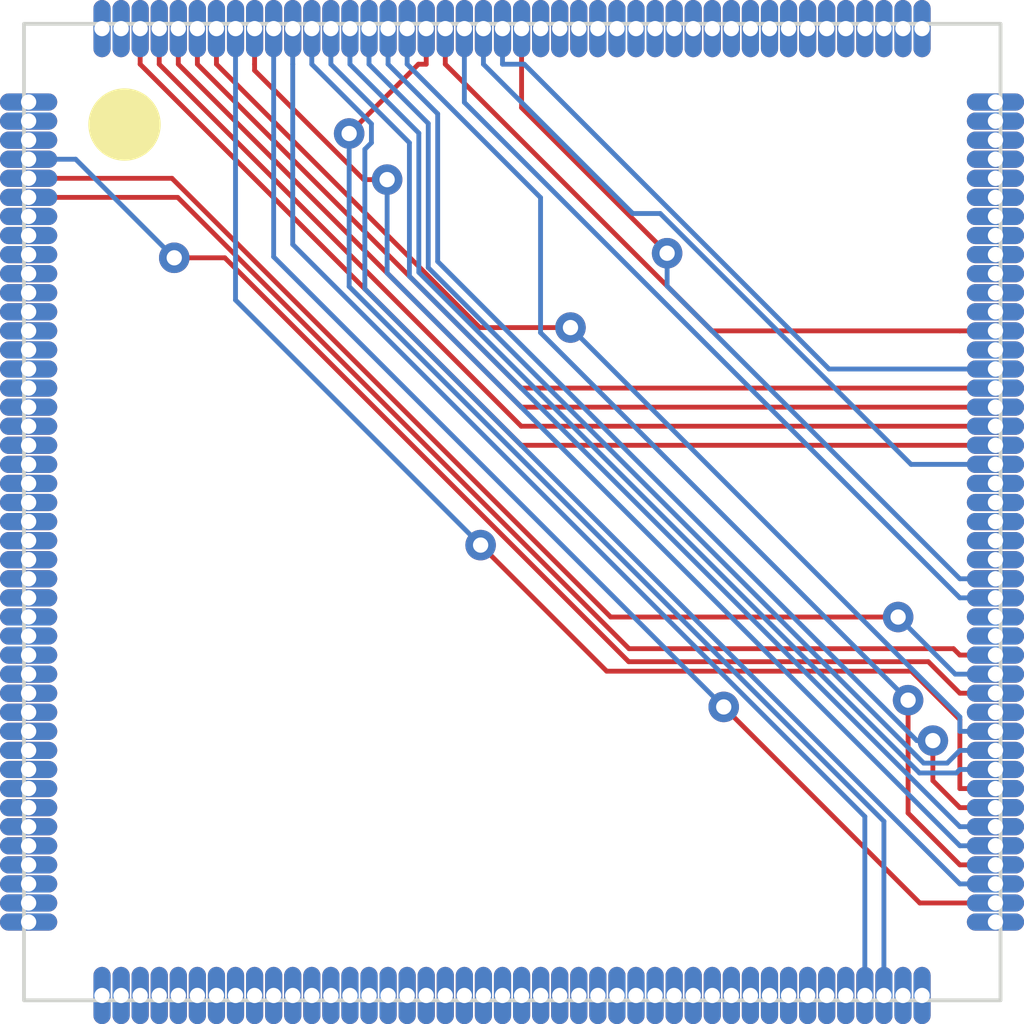
<source format=kicad_pcb>
(kicad_pcb (version 20221018) (generator pcbnew)
  (layers (0 "F.Cu" signal) (31 "B.Cu" signal) (34 "B.Paste" user) (35 "F.Paste" user) (36 "B.SilkS" user "B.Silkscreen") (37 "F.SilkS" user "F.Silkscreen") (38 "B.Mask" user) (39 "F.Mask" user) (44 "Edge.Cuts" user))
  (net 0 "")
  (net 3 "VA19")
  (net 4 "VA20")
  (net 5 "VA21")
  (net 27 "VD7")
  (net 28 "VD0")
  (net 29 "VD8")
  (net 30 "VD6")
  (net 31 "VD1")
  (net 32 "VD9")
  (net 33 "VD5")
  (net 34 "VD2")
  (net 35 "VD10")
  (net 36 "VD4")
  (net 37 "VD3")
  (net 38 "VD11")
  (net 42 "~{CCAS0}")
  (net 43 "~{CCE0}")
  (net 47 "~{CCAS2}")
  (net 48 "VD15")
  (net 49 "VD14")
  (net 50 "VD13")
  (net 51 "VD12")
  (net 52 "~{CASEL}")
  (net 54 "~{CLWR}")
  (footprint "32xLibs:315-5818" (layer "F.Cu") (at 137.1288 88.9504)
    (fp_text reference "IC1" hide)
    (fp_text value "315-5818" hide)
    (fp_circle (center -10.16 -10.16) (end -9.271 -10.16) (stroke (width 0.12)) (fill solid) (layer "F.SilkS"))
    (pad "1" thru_hole oval (at -12.675 -10.75) (size 1.5 0.45) (drill 0.4) (layers "*.Cu" "*.Mask"))
    (pad "2" thru_hole oval (at -12.675 -10.25) (size 1.5 0.45) (drill 0.4) (layers "*.Cu" "*.Mask"))
    (pad "3" thru_hole oval (at -12.675 -9.75) (size 1.5 0.45) (drill 0.4) (layers "*.Cu" "*.Mask"))
    (pad "4" thru_hole oval (at -12.675 -9.25) (size 1.5 0.45) (drill 0.4) (layers "*.Cu" "*.Mask") (net 3 "VA19"))
    (pad "5" thru_hole oval (at -12.675 -8.75) (size 1.5 0.45) (drill 0.4) (layers "*.Cu" "*.Mask") (net 4 "VA20"))
    (pad "6" thru_hole oval (at -12.675 -8.25) (size 1.5 0.45) (drill 0.4) (layers "*.Cu" "*.Mask") (net 5 "VA21"))
    (pad "7" thru_hole oval (at -12.675 -7.75) (size 1.5 0.45) (drill 0.4) (layers "*.Cu" "*.Mask"))
    (pad "8" thru_hole oval (at -12.675 -7.25) (size 1.5 0.45) (drill 0.4) (layers "*.Cu" "*.Mask"))
    (pad "9" thru_hole oval (at -12.675 -6.75) (size 1.5 0.45) (drill 0.4) (layers "*.Cu" "*.Mask"))
    (pad "10" thru_hole oval (at -12.675 -6.25) (size 1.5 0.45) (drill 0.4) (layers "*.Cu" "*.Mask"))
    (pad "11" thru_hole oval (at -12.675 -5.75) (size 1.5 0.45) (drill 0.4) (layers "*.Cu" "*.Mask"))
    (pad "12" thru_hole oval (at -12.675 -5.25) (size 1.5 0.45) (drill 0.4) (layers "*.Cu" "*.Mask"))
    (pad "13" thru_hole oval (at -12.675 -4.75) (size 1.5 0.45) (drill 0.4) (layers "*.Cu" "*.Mask"))
    (pad "14" thru_hole oval (at -12.675 -4.25) (size 1.5 0.45) (drill 0.4) (layers "*.Cu" "*.Mask"))
    (pad "15" thru_hole oval (at -12.675 -3.75) (size 1.5 0.45) (drill 0.4) (layers "*.Cu" "*.Mask"))
    (pad "16" thru_hole oval (at -12.675 -3.25) (size 1.5 0.45) (drill 0.4) (layers "*.Cu" "*.Mask"))
    (pad "17" thru_hole oval (at -12.675 -2.75) (size 1.5 0.45) (drill 0.4) (layers "*.Cu" "*.Mask"))
    (pad "18" thru_hole oval (at -12.675 -2.25) (size 1.5 0.45) (drill 0.4) (layers "*.Cu" "*.Mask"))
    (pad "19" thru_hole oval (at -12.675 -1.75) (size 1.5 0.45) (drill 0.4) (layers "*.Cu" "*.Mask"))
    (pad "20" thru_hole oval (at -12.675 -1.25) (size 1.5 0.45) (drill 0.4) (layers "*.Cu" "*.Mask"))
    (pad "21" thru_hole oval (at -12.675 -0.75) (size 1.5 0.45) (drill 0.4) (layers "*.Cu" "*.Mask"))
    (pad "22" thru_hole oval (at -12.675 -0.25) (size 1.5 0.45) (drill 0.4) (layers "*.Cu" "*.Mask"))
    (pad "23" thru_hole oval (at -12.675 0.25) (size 1.5 0.45) (drill 0.4) (layers "*.Cu" "*.Mask"))
    (pad "24" thru_hole oval (at -12.675 0.75) (size 1.5 0.45) (drill 0.4) (layers "*.Cu" "*.Mask"))
    (pad "25" thru_hole oval (at -12.675 1.25) (size 1.5 0.45) (drill 0.4) (layers "*.Cu" "*.Mask"))
    (pad "26" thru_hole oval (at -12.675 1.75) (size 1.5 0.45) (drill 0.4) (layers "*.Cu" "*.Mask"))
    (pad "27" thru_hole oval (at -12.675 2.25) (size 1.5 0.45) (drill 0.4) (layers "*.Cu" "*.Mask"))
    (pad "28" thru_hole oval (at -12.675 2.75) (size 1.5 0.45) (drill 0.4) (layers "*.Cu" "*.Mask"))
    (pad "29" thru_hole oval (at -12.675 3.25) (size 1.5 0.45) (drill 0.4) (layers "*.Cu" "*.Mask"))
    (pad "30" thru_hole oval (at -12.675 3.75) (size 1.5 0.45) (drill 0.4) (layers "*.Cu" "*.Mask"))
    (pad "31" thru_hole oval (at -12.675 4.25) (size 1.5 0.45) (drill 0.4) (layers "*.Cu" "*.Mask"))
    (pad "32" thru_hole oval (at -12.675 4.75) (size 1.5 0.45) (drill 0.4) (layers "*.Cu" "*.Mask"))
    (pad "33" thru_hole oval (at -12.675 5.25) (size 1.5 0.45) (drill 0.4) (layers "*.Cu" "*.Mask"))
    (pad "34" thru_hole oval (at -12.675 5.75) (size 1.5 0.45) (drill 0.4) (layers "*.Cu" "*.Mask"))
    (pad "35" thru_hole oval (at -12.675 6.25) (size 1.5 0.45) (drill 0.4) (layers "*.Cu" "*.Mask"))
    (pad "36" thru_hole oval (at -12.675 6.75) (size 1.5 0.45) (drill 0.4) (layers "*.Cu" "*.Mask"))
    (pad "37" thru_hole oval (at -12.675 7.25) (size 1.5 0.45) (drill 0.4) (layers "*.Cu" "*.Mask"))
    (pad "38" thru_hole oval (at -12.675 7.75) (size 1.5 0.45) (drill 0.4) (layers "*.Cu" "*.Mask"))
    (pad "39" thru_hole oval (at -12.675 8.25) (size 1.5 0.45) (drill 0.4) (layers "*.Cu" "*.Mask"))
    (pad "40" thru_hole oval (at -12.675 8.75) (size 1.5 0.45) (drill 0.4) (layers "*.Cu" "*.Mask"))
    (pad "41" thru_hole oval (at -12.675 9.25) (size 1.5 0.45) (drill 0.4) (layers "*.Cu" "*.Mask"))
    (pad "42" thru_hole oval (at -12.675 9.75) (size 1.5 0.45) (drill 0.4) (layers "*.Cu" "*.Mask"))
    (pad "43" thru_hole oval (at -12.675 10.25) (size 1.5 0.45) (drill 0.4) (layers "*.Cu" "*.Mask"))
    (pad "44" thru_hole oval (at -12.675 10.75) (size 1.5 0.45) (drill 0.4) (layers "*.Cu" "*.Mask"))
    (pad "45" thru_hole oval (at -10.75 12.675) (size 0.45 1.5) (drill 0.4) (layers "*.Cu" "*.Mask"))
    (pad "46" thru_hole oval (at -10.25 12.675) (size 0.45 1.5) (drill 0.4) (layers "*.Cu" "*.Mask"))
    (pad "47" thru_hole oval (at -9.75 12.675) (size 0.45 1.5) (drill 0.4) (layers "*.Cu" "*.Mask"))
    (pad "48" thru_hole oval (at -9.25 12.675) (size 0.45 1.5) (drill 0.4) (layers "*.Cu" "*.Mask"))
    (pad "49" thru_hole oval (at -8.75 12.675) (size 0.45 1.5) (drill 0.4) (layers "*.Cu" "*.Mask"))
    (pad "50" thru_hole oval (at -8.25 12.675) (size 0.45 1.5) (drill 0.4) (layers "*.Cu" "*.Mask"))
    (pad "51" thru_hole oval (at -7.75 12.675) (size 0.45 1.5) (drill 0.4) (layers "*.Cu" "*.Mask"))
    (pad "52" thru_hole oval (at -7.25 12.675) (size 0.45 1.5) (drill 0.4) (layers "*.Cu" "*.Mask"))
    (pad "53" thru_hole oval (at -6.75 12.675) (size 0.45 1.5) (drill 0.4) (layers "*.Cu" "*.Mask"))
    (pad "54" thru_hole oval (at -6.25 12.675) (size 0.45 1.5) (drill 0.4) (layers "*.Cu" "*.Mask"))
    (pad "55" thru_hole oval (at -5.75 12.675) (size 0.45 1.5) (drill 0.4) (layers "*.Cu" "*.Mask"))
    (pad "56" thru_hole oval (at -5.25 12.675) (size 0.45 1.5) (drill 0.4) (layers "*.Cu" "*.Mask"))
    (pad "57" thru_hole oval (at -4.75 12.675) (size 0.45 1.5) (drill 0.4) (layers "*.Cu" "*.Mask"))
    (pad "58" thru_hole oval (at -4.25 12.675) (size 0.45 1.5) (drill 0.4) (layers "*.Cu" "*.Mask"))
    (pad "59" thru_hole oval (at -3.75 12.675) (size 0.45 1.5) (drill 0.4) (layers "*.Cu" "*.Mask"))
    (pad "60" thru_hole oval (at -3.25 12.675) (size 0.45 1.5) (drill 0.4) (layers "*.Cu" "*.Mask"))
    (pad "61" thru_hole oval (at -2.75 12.675) (size 0.45 1.5) (drill 0.4) (layers "*.Cu" "*.Mask"))
    (pad "62" thru_hole oval (at -2.25 12.675) (size 0.45 1.5) (drill 0.4) (layers "*.Cu" "*.Mask"))
    (pad "63" thru_hole oval (at -1.75 12.675) (size 0.45 1.5) (drill 0.4) (layers "*.Cu" "*.Mask"))
    (pad "64" thru_hole oval (at -1.25 12.675) (size 0.45 1.5) (drill 0.4) (layers "*.Cu" "*.Mask"))
    (pad "65" thru_hole oval (at -0.75 12.675) (size 0.45 1.5) (drill 0.4) (layers "*.Cu" "*.Mask"))
    (pad "66" thru_hole oval (at -0.25 12.675) (size 0.45 1.5) (drill 0.4) (layers "*.Cu" "*.Mask"))
    (pad "67" thru_hole oval (at 0.25 12.675) (size 0.45 1.5) (drill 0.4) (layers "*.Cu" "*.Mask"))
    (pad "68" thru_hole oval (at 0.75 12.675) (size 0.45 1.5) (drill 0.4) (layers "*.Cu" "*.Mask"))
    (pad "69" thru_hole oval (at 1.25 12.675) (size 0.45 1.5) (drill 0.4) (layers "*.Cu" "*.Mask"))
    (pad "70" thru_hole oval (at 1.75 12.675) (size 0.45 1.5) (drill 0.4) (layers "*.Cu" "*.Mask"))
    (pad "71" thru_hole oval (at 2.25 12.675) (size 0.45 1.5) (drill 0.4) (layers "*.Cu" "*.Mask"))
    (pad "72" thru_hole oval (at 2.75 12.675) (size 0.45 1.5) (drill 0.4) (layers "*.Cu" "*.Mask"))
    (pad "73" thru_hole oval (at 3.25 12.675) (size 0.45 1.5) (drill 0.4) (layers "*.Cu" "*.Mask"))
    (pad "74" thru_hole oval (at 3.75 12.675) (size 0.45 1.5) (drill 0.4) (layers "*.Cu" "*.Mask"))
    (pad "75" thru_hole oval (at 4.25 12.675) (size 0.45 1.5) (drill 0.4) (layers "*.Cu" "*.Mask"))
    (pad "76" thru_hole oval (at 4.75 12.675) (size 0.45 1.5) (drill 0.4) (layers "*.Cu" "*.Mask"))
    (pad "77" thru_hole oval (at 5.25 12.675) (size 0.45 1.5) (drill 0.4) (layers "*.Cu" "*.Mask"))
    (pad "78" thru_hole oval (at 5.75 12.675) (size 0.45 1.5) (drill 0.4) (layers "*.Cu" "*.Mask"))
    (pad "79" thru_hole oval (at 6.25 12.675) (size 0.45 1.5) (drill 0.4) (layers "*.Cu" "*.Mask"))
    (pad "80" thru_hole oval (at 6.75 12.675) (size 0.45 1.5) (drill 0.4) (layers "*.Cu" "*.Mask"))
    (pad "81" thru_hole oval (at 7.25 12.675) (size 0.45 1.5) (drill 0.4) (layers "*.Cu" "*.Mask"))
    (pad "82" thru_hole oval (at 7.75 12.675) (size 0.45 1.5) (drill 0.4) (layers "*.Cu" "*.Mask"))
    (pad "83" thru_hole oval (at 8.25 12.675) (size 0.45 1.5) (drill 0.4) (layers "*.Cu" "*.Mask"))
    (pad "84" thru_hole oval (at 8.75 12.675) (size 0.45 1.5) (drill 0.4) (layers "*.Cu" "*.Mask"))
    (pad "85" thru_hole oval (at 9.25 12.675) (size 0.45 1.5) (drill 0.4) (layers "*.Cu" "*.Mask") (net 27 "VD7"))
    (pad "86" thru_hole oval (at 9.75 12.675) (size 0.45 1.5) (drill 0.4) (layers "*.Cu" "*.Mask") (net 28 "VD0"))
    (pad "87" thru_hole oval (at 10.25 12.675) (size 0.45 1.5) (drill 0.4) (layers "*.Cu" "*.Mask"))
    (pad "88" thru_hole oval (at 10.75 12.675) (size 0.45 1.5) (drill 0.4) (layers "*.Cu" "*.Mask"))
    (pad "89" thru_hole oval (at 12.675 10.75) (size 1.5 0.45) (drill 0.4) (layers "*.Cu" "*.Mask"))
    (pad "90" thru_hole oval (at 12.675 10.25) (size 1.5 0.45) (drill 0.4) (layers "*.Cu" "*.Mask") (net 29 "VD8"))
    (pad "91" thru_hole oval (at 12.675 9.75) (size 1.5 0.45) (drill 0.4) (layers "*.Cu" "*.Mask") (net 30 "VD6"))
    (pad "92" thru_hole oval (at 12.675 9.25) (size 1.5 0.45) (drill 0.4) (layers "*.Cu" "*.Mask") (net 31 "VD1"))
    (pad "93" thru_hole oval (at 12.675 8.75) (size 1.5 0.45) (drill 0.4) (layers "*.Cu" "*.Mask") (net 32 "VD9"))
    (pad "94" thru_hole oval (at 12.675 8.25) (size 1.5 0.45) (drill 0.4) (layers "*.Cu" "*.Mask") (net 33 "VD5"))
    (pad "95" thru_hole oval (at 12.675 7.75) (size 1.5 0.45) (drill 0.4) (layers "*.Cu" "*.Mask") (net 34 "VD2"))
    (pad "96" thru_hole oval (at 12.675 7.25) (size 1.5 0.45) (drill 0.4) (layers "*.Cu" "*.Mask") (net 35 "VD10"))
    (pad "97" thru_hole oval (at 12.675 6.75) (size 1.5 0.45) (drill 0.4) (layers "*.Cu" "*.Mask") (net 36 "VD4"))
    (pad "98" thru_hole oval (at 12.675 6.25) (size 1.5 0.45) (drill 0.4) (layers "*.Cu" "*.Mask") (net 37 "VD3"))
    (pad "99" thru_hole oval (at 12.675 5.75) (size 1.5 0.45) (drill 0.4) (layers "*.Cu" "*.Mask") (net 38 "VD11"))
    (pad "100" thru_hole oval (at 12.675 5.25) (size 1.5 0.45) (drill 0.4) (layers "*.Cu" "*.Mask"))
    (pad "101" thru_hole oval (at 12.675 4.75) (size 1.5 0.45) (drill 0.4) (layers "*.Cu" "*.Mask") (net 3 "VA19"))
    (pad "102" thru_hole oval (at 12.675 4.25) (size 1.5 0.45) (drill 0.4) (layers "*.Cu" "*.Mask") (net 4 "VA20"))
    (pad "103" thru_hole oval (at 12.675 3.75) (size 1.5 0.45) (drill 0.4) (layers "*.Cu" "*.Mask") (net 5 "VA21"))
    (pad "104" thru_hole oval (at 12.675 3.25) (size 1.5 0.45) (drill 0.4) (layers "*.Cu" "*.Mask"))
    (pad "105" thru_hole oval (at 12.675 2.75) (size 1.5 0.45) (drill 0.4) (layers "*.Cu" "*.Mask"))
    (pad "106" thru_hole oval (at 12.675 2.25) (size 1.5 0.45) (drill 0.4) (layers "*.Cu" "*.Mask") (net 42 "~{CCAS0}"))
    (pad "107" thru_hole oval (at 12.675 1.75) (size 1.5 0.45) (drill 0.4) (layers "*.Cu" "*.Mask") (net 43 "~{CCE0}"))
    (pad "108" thru_hole oval (at 12.675 1.25) (size 1.5 0.45) (drill 0.4) (layers "*.Cu" "*.Mask"))
    (pad "109" thru_hole oval (at 12.675 0.75) (size 1.5 0.45) (drill 0.4) (layers "*.Cu" "*.Mask"))
    (pad "110" thru_hole oval (at 12.675 0.25) (size 1.5 0.45) (drill 0.4) (layers "*.Cu" "*.Mask"))
    (pad "111" thru_hole oval (at 12.675 -0.25) (size 1.5 0.45) (drill 0.4) (layers "*.Cu" "*.Mask"))
    (pad "112" thru_hole oval (at 12.675 -0.75) (size 1.5 0.45) (drill 0.4) (layers "*.Cu" "*.Mask"))
    (pad "113" thru_hole oval (at 12.675 -1.25) (size 1.5 0.45) (drill 0.4) (layers "*.Cu" "*.Mask") (net 47 "~{CCAS2}"))
    (pad "114" thru_hole oval (at 12.675 -1.75) (size 1.5 0.45) (drill 0.4) (layers "*.Cu" "*.Mask") (net 48 "VD15"))
    (pad "115" thru_hole oval (at 12.675 -2.25) (size 1.5 0.45) (drill 0.4) (layers "*.Cu" "*.Mask") (net 49 "VD14"))
    (pad "116" thru_hole oval (at 12.675 -2.75) (size 1.5 0.45) (drill 0.4) (layers "*.Cu" "*.Mask") (net 50 "VD13"))
    (pad "117" thru_hole oval (at 12.675 -3.25) (size 1.5 0.45) (drill 0.4) (layers "*.Cu" "*.Mask") (net 51 "VD12"))
    (pad "118" thru_hole oval (at 12.675 -3.75) (size 1.5 0.45) (drill 0.4) (layers "*.Cu" "*.Mask") (net 52 "~{CASEL}"))
    (pad "119" thru_hole oval (at 12.675 -4.25) (size 1.5 0.45) (drill 0.4) (layers "*.Cu" "*.Mask"))
    (pad "120" thru_hole oval (at 12.675 -4.75) (size 1.5 0.45) (drill 0.4) (layers "*.Cu" "*.Mask") (net 54 "~{CLWR}"))
    (pad "121" thru_hole oval (at 12.675 -5.25) (size 1.5 0.45) (drill 0.4) (layers "*.Cu" "*.Mask"))
    (pad "122" thru_hole oval (at 12.675 -5.75) (size 1.5 0.45) (drill 0.4) (layers "*.Cu" "*.Mask"))
    (pad "123" thru_hole oval (at 12.675 -6.25) (size 1.5 0.45) (drill 0.4) (layers "*.Cu" "*.Mask"))
    (pad "124" thru_hole oval (at 12.675 -6.75) (size 1.5 0.45) (drill 0.4) (layers "*.Cu" "*.Mask"))
    (pad "125" thru_hole oval (at 12.675 -7.25) (size 1.5 0.45) (drill 0.4) (layers "*.Cu" "*.Mask"))
    (pad "126" thru_hole oval (at 12.675 -7.75) (size 1.5 0.45) (drill 0.4) (layers "*.Cu" "*.Mask"))
    (pad "127" thru_hole oval (at 12.675 -8.25) (size 1.5 0.45) (drill 0.4) (layers "*.Cu" "*.Mask"))
    (pad "128" thru_hole oval (at 12.675 -8.75) (size 1.5 0.45) (drill 0.4) (layers "*.Cu" "*.Mask"))
    (pad "129" thru_hole oval (at 12.675 -9.25) (size 1.5 0.45) (drill 0.4) (layers "*.Cu" "*.Mask"))
    (pad "130" thru_hole oval (at 12.675 -9.75) (size 1.5 0.45) (drill 0.4) (layers "*.Cu" "*.Mask"))
    (pad "131" thru_hole oval (at 12.675 -10.25) (size 1.5 0.45) (drill 0.4) (layers "*.Cu" "*.Mask"))
    (pad "132" thru_hole oval (at 12.675 -10.75) (size 1.5 0.45) (drill 0.4) (layers "*.Cu" "*.Mask"))
    (pad "133" thru_hole oval (at 10.75 -12.675) (size 0.45 1.5) (drill 0.4) (layers "*.Cu" "*.Mask"))
    (pad "134" thru_hole oval (at 10.25 -12.675) (size 0.45 1.5) (drill 0.4) (layers "*.Cu" "*.Mask"))
    (pad "135" thru_hole oval (at 9.75 -12.675) (size 0.45 1.5) (drill 0.4) (layers "*.Cu" "*.Mask"))
    (pad "136" thru_hole oval (at 9.25 -12.675) (size 0.45 1.5) (drill 0.4) (layers "*.Cu" "*.Mask"))
    (pad "137" thru_hole oval (at 8.75 -12.675) (size 0.45 1.5) (drill 0.4) (layers "*.Cu" "*.Mask"))
    (pad "138" thru_hole oval (at 8.25 -12.675) (size 0.45 1.5) (drill 0.4) (layers "*.Cu" "*.Mask"))
    (pad "139" thru_hole oval (at 7.75 -12.675) (size 0.45 1.5) (drill 0.4) (layers "*.Cu" "*.Mask"))
    (pad "140" thru_hole oval (at 7.25 -12.675) (size 0.45 1.5) (drill 0.4) (layers "*.Cu" "*.Mask"))
    (pad "141" thru_hole oval (at 6.75 -12.675) (size 0.45 1.5) (drill 0.4) (layers "*.Cu" "*.Mask"))
    (pad "142" thru_hole oval (at 6.25 -12.675) (size 0.45 1.5) (drill 0.4) (layers "*.Cu" "*.Mask"))
    (pad "143" thru_hole oval (at 5.75 -12.675) (size 0.45 1.5) (drill 0.4) (layers "*.Cu" "*.Mask"))
    (pad "144" thru_hole oval (at 5.25 -12.675) (size 0.45 1.5) (drill 0.4) (layers "*.Cu" "*.Mask"))
    (pad "145" thru_hole oval (at 4.75 -12.675) (size 0.45 1.5) (drill 0.4) (layers "*.Cu" "*.Mask"))
    (pad "146" thru_hole oval (at 4.25 -12.675) (size 0.45 1.5) (drill 0.4) (layers "*.Cu" "*.Mask"))
    (pad "147" thru_hole oval (at 3.75 -12.675) (size 0.45 1.5) (drill 0.4) (layers "*.Cu" "*.Mask"))
    (pad "148" thru_hole oval (at 3.25 -12.675) (size 0.45 1.5) (drill 0.4) (layers "*.Cu" "*.Mask"))
    (pad "149" thru_hole oval (at 2.75 -12.675) (size 0.45 1.5) (drill 0.4) (layers "*.Cu" "*.Mask"))
    (pad "150" thru_hole oval (at 2.25 -12.675) (size 0.45 1.5) (drill 0.4) (layers "*.Cu" "*.Mask"))
    (pad "151" thru_hole oval (at 1.75 -12.675) (size 0.45 1.5) (drill 0.4) (layers "*.Cu" "*.Mask"))
    (pad "152" thru_hole oval (at 1.25 -12.675) (size 0.45 1.5) (drill 0.4) (layers "*.Cu" "*.Mask"))
    (pad "153" thru_hole oval (at 0.75 -12.675) (size 0.45 1.5) (drill 0.4) (layers "*.Cu" "*.Mask"))
    (pad "154" thru_hole oval (at 0.25 -12.675) (size 0.45 1.5) (drill 0.4) (layers "*.Cu" "*.Mask") (net 43 "~{CCE0}"))
    (pad "155" thru_hole oval (at -0.25 -12.675) (size 0.45 1.5) (drill 0.4) (layers "*.Cu" "*.Mask") (net 52 "~{CASEL}"))
    (pad "156" thru_hole oval (at -0.75 -12.675) (size 0.45 1.5) (drill 0.4) (layers "*.Cu" "*.Mask") (net 47 "~{CCAS2}"))
    (pad "157" thru_hole oval (at -1.25 -12.675) (size 0.45 1.5) (drill 0.4) (layers "*.Cu" "*.Mask") (net 42 "~{CCAS0}"))
    (pad "158" thru_hole oval (at -1.75 -12.675) (size 0.45 1.5) (drill 0.4) (layers "*.Cu" "*.Mask") (net 54 "~{CLWR}"))
    (pad "159" thru_hole oval (at -2.25 -12.675) (size 0.45 1.5) (drill 0.4) (layers "*.Cu" "*.Mask") (net 28 "VD0"))
    (pad "160" thru_hole oval (at -2.75 -12.675) (size 0.45 1.5) (drill 0.4) (layers "*.Cu" "*.Mask") (net 31 "VD1"))
    (pad "161" thru_hole oval (at -3.25 -12.675) (size 0.45 1.5) (drill 0.4) (layers "*.Cu" "*.Mask") (net 34 "VD2"))
    (pad "162" thru_hole oval (at -3.75 -12.675) (size 0.45 1.5) (drill 0.4) (layers "*.Cu" "*.Mask") (net 37 "VD3"))
    (pad "163" thru_hole oval (at -4.25 -12.675) (size 0.45 1.5) (drill 0.4) (layers "*.Cu" "*.Mask") (net 36 "VD4"))
    (pad "164" thru_hole oval (at -4.75 -12.675) (size 0.45 1.5) (drill 0.4) (layers "*.Cu" "*.Mask") (net 33 "VD5"))
    (pad "165" thru_hole oval (at -5.25 -12.675) (size 0.45 1.5) (drill 0.4) (layers "*.Cu" "*.Mask") (net 30 "VD6"))
    (pad "166" thru_hole oval (at -5.75 -12.675) (size 0.45 1.5) (drill 0.4) (layers "*.Cu" "*.Mask") (net 27 "VD7"))
    (pad "167" thru_hole oval (at -6.25 -12.675) (size 0.45 1.5) (drill 0.4) (layers "*.Cu" "*.Mask") (net 29 "VD8"))
    (pad "168" thru_hole oval (at -6.75 -12.675) (size 0.45 1.5) (drill 0.4) (layers "*.Cu" "*.Mask") (net 32 "VD9"))
    (pad "169" thru_hole oval (at -7.25 -12.675) (size 0.45 1.5) (drill 0.4) (layers "*.Cu" "*.Mask") (net 35 "VD10"))
    (pad "170" thru_hole oval (at -7.75 -12.675) (size 0.45 1.5) (drill 0.4) (layers "*.Cu" "*.Mask") (net 38 "VD11"))
    (pad "171" thru_hole oval (at -8.25 -12.675) (size 0.45 1.5) (drill 0.4) (layers "*.Cu" "*.Mask") (net 51 "VD12"))
    (pad "172" thru_hole oval (at -8.75 -12.675) (size 0.45 1.5) (drill 0.4) (layers "*.Cu" "*.Mask") (net 50 "VD13"))
    (pad "173" thru_hole oval (at -9.25 -12.675) (size 0.45 1.5) (drill 0.4) (layers "*.Cu" "*.Mask") (net 49 "VD14"))
    (pad "174" thru_hole oval (at -9.75 -12.675) (size 0.45 1.5) (drill 0.4) (layers "*.Cu" "*.Mask") (net 48 "VD15"))
    (pad "175" thru_hole oval (at -10.25 -12.675) (size 0.45 1.5) (drill 0.4) (layers "*.Cu" "*.Mask"))
    (pad "176" thru_hole oval (at -10.75 -12.675) (size 0.45 1.5) (drill 0.4) (layers "*.Cu" "*.Mask"))
  )
  (gr_rect (start 124.333 76.1492) (end 149.9362 101.7524) (stroke (width 0.1)) (fill none) (layer "Edge.Cuts"))
  (segment (start 148.0439 92.8743) (end 140.1873 92.8743) (width 0.127) (layer "F.Cu") (net 3))
  (segment (start 149.8038 93.7004) (end 148.87 93.7004) (width 0.127) (layer "F.Cu") (net 3))
  (segment (start 129.5975 82.2845) (end 128.2725 82.2845) (width 0.127) (layer "F.Cu") (net 3))
  (segment (start 140.1873 92.8743) (end 129.5975 82.2845) (width 0.127) (layer "F.Cu") (net 3))
  (segment (start 148.87 93.7004) (end 148.0439 92.8743) (width 0.127) (layer "F.Cu") (net 3))
  (via (at 128.2725 82.2845) (size 0.8) (drill 0.4) (layers "F.Cu" "B.Cu") (net 3))
  (segment (start 125.6884 79.7004) (end 124.4538 79.7004) (width 0.127) (layer "B.Cu") (net 3))
  (segment (start 128.2725 82.2845) (end 125.6884 79.7004) (width 0.127) (layer "B.Cu") (net 3))
  (segment (start 147.2514 91.703) (end 139.7154 91.703) (width 0.127) (layer "F.Cu") (net 4))
  (segment (start 139.7154 91.703) (end 128.2128 80.2004) (width 0.127) (layer "F.Cu") (net 4))
  (segment (start 128.2128 80.2004) (end 124.4538 80.2004) (width 0.127) (layer "F.Cu") (net 4))
  (via (at 147.2514 91.703) (size 0.8) (drill 0.4) (layers "F.Cu" "B.Cu") (net 4))
  (segment (start 149.8038 93.2004) (end 148.7488 93.2004) (width 0.127) (layer "B.Cu") (net 4))
  (segment (start 148.7488 93.2004) (end 147.2514 91.703) (width 0.127) (layer "B.Cu") (net 4))
  (segment (start 149.8038 92.7004) (end 148.87 92.7004) (width 0.127) (layer "F.Cu") (net 5))
  (segment (start 148.7027 92.5331) (end 140.1958 92.5331) (width 0.127) (layer "F.Cu") (net 5))
  (segment (start 128.3631 80.7004) (end 124.4538 80.7004) (width 0.127) (layer "F.Cu") (net 5))
  (segment (start 140.1958 92.5331) (end 128.3631 80.7004) (width 0.127) (layer "F.Cu") (net 5))
  (segment (start 148.87 92.7004) (end 148.7027 92.5331) (width 0.127) (layer "F.Cu") (net 5))
  (segment (start 131.3788 81.9342) (end 146.3788 96.9342) (width 0.127) (layer "B.Cu") (net 27))
  (segment (start 131.3788 76.2754) (end 131.3788 77.2092) (width 0.127) (layer "B.Cu") (net 27))
  (segment (start 131.3788 77.2092) (end 131.3788 81.9342) (width 0.127) (layer "B.Cu") (net 27))
  (segment (start 146.3788 96.9342) (end 146.3788 101.6254) (width 0.127) (layer "B.Cu") (net 27))
  (segment (start 134.6745 77.2092) (end 132.858 79.0257) (width 0.127) (layer "F.Cu") (net 28))
  (segment (start 134.8788 76.2754) (end 134.8788 77.2092) (width 0.127) (layer "F.Cu") (net 28))
  (segment (start 134.8788 77.2092) (end 134.6745 77.2092) (width 0.127) (layer "F.Cu") (net 28))
  (via (at 132.858 79.0257) (size 0.8) (drill 0.4) (layers "F.Cu" "B.Cu") (net 28))
  (segment (start 146.8788 97.059) (end 146.8788 101.6254) (width 0.127) (layer "B.Cu") (net 28))
  (segment (start 132.858 83.0382) (end 146.8788 97.059) (width 0.127) (layer "B.Cu") (net 28))
  (segment (start 132.858 79.0257) (end 132.858 83.0382) (width 0.127) (layer "B.Cu") (net 28))
  (segment (start 147.8194 99.2004) (end 149.8038 99.2004) (width 0.127) (layer "F.Cu") (net 29))
  (segment (start 142.6789 94.0599) (end 147.8194 99.2004) (width 0.127) (layer "F.Cu") (net 29))
  (via (at 142.6789 94.0599) (size 0.8) (drill 0.4) (layers "F.Cu" "B.Cu") (net 29))
  (segment (start 130.8788 76.2754) (end 130.8788 82.2598) (width 0.127) (layer "B.Cu") (net 29))
  (segment (start 130.8788 82.2598) (end 142.6789 94.0599) (width 0.127) (layer "B.Cu") (net 29))
  (segment (start 133.2698 79.4395) (end 133.4418 79.2675) (width 0.127) (layer "B.Cu") (net 30))
  (segment (start 133.4418 79.2675) (end 133.4418 78.7722) (width 0.127) (layer "B.Cu") (net 30))
  (segment (start 133.2698 83.1002) (end 133.2698 79.4395) (width 0.127) (layer "B.Cu") (net 30))
  (segment (start 148.87 98.7004) (end 133.2698 83.1002) (width 0.127) (layer "B.Cu") (net 30))
  (segment (start 149.8038 98.7004) (end 148.87 98.7004) (width 0.127) (layer "B.Cu") (net 30))
  (segment (start 133.4418 78.7722) (end 131.8788 77.2092) (width 0.127) (layer "B.Cu") (net 30))
  (segment (start 131.8788 76.2754) (end 131.8788 77.2092) (width 0.127) (layer "B.Cu") (net 30))
  (segment (start 149.8038 98.2004) (end 148.87 98.2004) (width 0.127) (layer "F.Cu") (net 31))
  (segment (start 147.5127 96.8431) (end 147.5127 93.8829) (width 0.127) (layer "F.Cu") (net 31))
  (segment (start 148.87 98.2004) (end 147.5127 96.8431) (width 0.127) (layer "F.Cu") (net 31))
  (via (at 147.5127 93.8829) (size 0.8) (drill 0.4) (layers "F.Cu" "B.Cu") (net 31))
  (segment (start 137.8764 84.2466) (end 147.5127 93.8829) (width 0.127) (layer "B.Cu") (net 31))
  (segment (start 134.3788 76.2754) (end 134.3788 77.2092) (width 0.127) (layer "B.Cu") (net 31))
  (segment (start 134.3788 77.2092) (end 137.8764 80.7068) (width 0.127) (layer "B.Cu") (net 31))
  (segment (start 137.8764 80.7068) (end 137.8764 84.2466) (width 0.127) (layer "B.Cu") (net 31))
  (segment (start 130.3788 77.2092) (end 130.3788 77.372) (width 0.127) (layer "F.Cu") (net 32))
  (segment (start 130.3788 77.372) (end 133.2414 80.2346) (width 0.127) (layer "F.Cu") (net 32))
  (segment (start 130.3788 76.2754) (end 130.3788 77.2092) (width 0.127) (layer "F.Cu") (net 32))
  (segment (start 133.2414 80.2346) (end 133.8537 80.2346) (width 0.127) (layer "F.Cu") (net 32))
  (via (at 133.8537 80.2346) (size 0.8) (drill 0.4) (layers "F.Cu" "B.Cu") (net 32))
  (segment (start 148.87 97.7004) (end 133.8537 82.6841) (width 0.127) (layer "B.Cu") (net 32))
  (segment (start 149.8038 97.7004) (end 148.87 97.7004) (width 0.127) (layer "B.Cu") (net 32))
  (segment (start 133.8537 82.6841) (end 133.8537 80.2346) (width 0.127) (layer "B.Cu") (net 32))
  (segment (start 132.3788 76.2754) (end 132.3788 77.2092) (width 0.127) (layer "B.Cu") (net 33))
  (segment (start 134.4375 79.2679) (end 132.3788 77.2092) (width 0.127) (layer "B.Cu") (net 33))
  (segment (start 148.87 97.2004) (end 134.4375 82.7679) (width 0.127) (layer "B.Cu") (net 33))
  (segment (start 134.4375 82.7679) (end 134.4375 79.2679) (width 0.127) (layer "B.Cu") (net 33))
  (segment (start 149.8038 97.2004) (end 148.87 97.2004) (width 0.127) (layer "B.Cu") (net 33))
  (segment (start 148.87 96.7004) (end 148.1622 95.9926) (width 0.127) (layer "F.Cu") (net 34))
  (segment (start 149.8038 96.7004) (end 148.87 96.7004) (width 0.127) (layer "F.Cu") (net 34))
  (segment (start 148.1622 95.9926) (end 148.1622 94.9433) (width 0.127) (layer "F.Cu") (net 34))
  (via (at 148.1622 94.9433) (size 0.8) (drill 0.4) (layers "F.Cu" "B.Cu") (net 34))
  (segment (start 147.7417 94.9433) (end 135.1794 82.381) (width 0.127) (layer "B.Cu") (net 34))
  (segment (start 133.8788 76.2754) (end 133.8788 77.2092) (width 0.127) (layer "B.Cu") (net 34))
  (segment (start 148.1622 94.9433) (end 147.7417 94.9433) (width 0.127) (layer "B.Cu") (net 34))
  (segment (start 135.1794 78.5098) (end 133.8788 77.2092) (width 0.127) (layer "B.Cu") (net 34))
  (segment (start 135.1794 82.381) (end 135.1794 78.5098) (width 0.127) (layer "B.Cu") (net 34))
  (segment (start 148.87 94.3943) (end 148.87 96.2004) (width 0.127) (layer "F.Cu") (net 35))
  (segment (start 149.8038 96.2004) (end 148.87 96.2004) (width 0.127) (layer "F.Cu") (net 35))
  (segment (start 139.6102 93.1228) (end 147.5985 93.1228) (width 0.127) (layer "F.Cu") (net 35))
  (segment (start 147.5985 93.1228) (end 148.87 94.3943) (width 0.127) (layer "F.Cu") (net 35))
  (segment (start 136.3046 89.8172) (end 139.6102 93.1228) (width 0.127) (layer "F.Cu") (net 35))
  (via (at 136.3046 89.8172) (size 0.8) (drill 0.4) (layers "F.Cu" "B.Cu") (net 35))
  (segment (start 129.8788 83.3914) (end 136.3046 89.8172) (width 0.127) (layer "B.Cu") (net 35))
  (segment (start 129.8788 76.2754) (end 129.8788 83.3914) (width 0.127) (layer "B.Cu") (net 35))
  (segment (start 149.8038 95.7004) (end 148.87 95.7004) (width 0.127) (layer "B.Cu") (net 36))
  (segment (start 148.7789 95.7915) (end 147.811 95.7915) (width 0.127) (layer "B.Cu") (net 36))
  (segment (start 132.8788 76.2754) (end 132.8788 77.2092) (width 0.127) (layer "B.Cu") (net 36))
  (segment (start 134.6848 82.6653) (end 134.6848 79.0152) (width 0.127) (layer "B.Cu") (net 36))
  (segment (start 134.6848 79.0152) (end 132.8788 77.2092) (width 0.127) (layer "B.Cu") (net 36))
  (segment (start 148.87 95.7004) (end 148.7789 95.7915) (width 0.127) (layer "B.Cu") (net 36))
  (segment (start 147.811 95.7915) (end 134.6848 82.6653) (width 0.127) (layer "B.Cu") (net 36))
  (segment (start 134.9321 78.7625) (end 133.3788 77.2092) (width 0.127) (layer "B.Cu") (net 37))
  (segment (start 134.9321 82.5431) (end 134.9321 78.7625) (width 0.127) (layer "B.Cu") (net 37))
  (segment (start 148.87 95.2004) (end 148.5369 95.5335) (width 0.127) (layer "B.Cu") (net 37))
  (segment (start 149.8038 95.2004) (end 148.87 95.2004) (width 0.127) (layer "B.Cu") (net 37))
  (segment (start 133.3788 76.2754) (end 133.3788 77.2092) (width 0.127) (layer "B.Cu") (net 37))
  (segment (start 148.5369 95.5335) (end 147.9225 95.5335) (width 0.127) (layer "B.Cu") (net 37))
  (segment (start 147.9225 95.5335) (end 134.9321 82.5431) (width 0.127) (layer "B.Cu") (net 37))
  (segment (start 129.3788 77.2092) (end 136.2835 84.1139) (width 0.127) (layer "F.Cu") (net 38))
  (segment (start 136.2835 84.1139) (end 138.6612 84.1139) (width 0.127) (layer "F.Cu") (net 38))
  (segment (start 129.3788 76.2754) (end 129.3788 77.2092) (width 0.127) (layer "F.Cu") (net 38))
  (via (at 138.6612 84.1139) (size 0.8) (drill 0.4) (layers "F.Cu" "B.Cu") (net 38))
  (segment (start 149.8038 94.7004) (end 148.87 94.7004) (width 0.127) (layer "B.Cu") (net 38))
  (segment (start 148.87 94.3227) (end 148.87 94.7004) (width 0.127) (layer "B.Cu") (net 38))
  (segment (start 138.6612 84.1139) (end 148.87 94.3227) (width 0.127) (layer "B.Cu") (net 38))
  (segment (start 135.8788 78.2092) (end 148.87 91.2004) (width 0.127) (layer "B.Cu") (net 42))
  (segment (start 149.8038 91.2004) (end 148.87 91.2004) (width 0.127) (layer "B.Cu") (net 42))
  (segment (start 135.8788 76.2754) (end 135.8788 78.2092) (width 0.127) (layer "B.Cu") (net 42))
  (segment (start 137.3788 76.2754) (end 137.3788 78.3487) (width 0.127) (layer "F.Cu") (net 43))
  (segment (start 137.3788 78.3487) (end 141.1947 82.1646) (width 0.127) (layer "F.Cu") (net 43))
  (via (at 141.1947 82.1646) (size 0.8) (drill 0.4) (layers "F.Cu" "B.Cu") (net 43))
  (segment (start 149.8038 90.7004) (end 148.87 90.7004) (width 0.127) (layer "B.Cu") (net 43))
  (segment (start 141.1947 83.0251) (end 148.87 90.7004) (width 0.127) (layer "B.Cu") (net 43))
  (segment (start 141.1947 82.1646) (end 141.1947 83.0251) (width 0.127) (layer "B.Cu") (net 43))
  (segment (start 147.5909 87.7004) (end 141.0142 81.1237) (width 0.127) (layer "B.Cu") (net 47))
  (segment (start 149.8038 87.7004) (end 147.5909 87.7004) (width 0.127) (layer "B.Cu") (net 47))
  (segment (start 140.2933 81.1237) (end 136.3788 77.2092) (width 0.127) (layer "B.Cu") (net 47))
  (segment (start 136.3788 76.2754) (end 136.3788 77.2092) (width 0.127) (layer "B.Cu") (net 47))
  (segment (start 141.0142 81.1237) (end 140.2933 81.1237) (width 0.127) (layer "B.Cu") (net 47))
  (segment (start 127.3788 76.2754) (end 127.3788 77.2092) (width 0.127) (layer "F.Cu") (net 48))
  (segment (start 137.37 87.2004) (end 149.8038 87.2004) (width 0.127) (layer "F.Cu") (net 48))
  (segment (start 127.3788 77.2092) (end 137.37 87.2004) (width 0.127) (layer "F.Cu") (net 48))
  (segment (start 137.37 86.7004) (end 149.8038 86.7004) (width 0.127) (layer "F.Cu") (net 49))
  (segment (start 127.8788 76.2754) (end 127.8788 77.2092) (width 0.127) (layer "F.Cu") (net 49))
  (segment (start 127.8788 77.2092) (end 137.37 86.7004) (width 0.127) (layer "F.Cu") (net 49))
  (segment (start 128.3788 76.2754) (end 128.3788 77.2092) (width 0.127) (layer "F.Cu") (net 50))
  (segment (start 149.8038 86.2004) (end 137.37 86.2004) (width 0.127) (layer "F.Cu") (net 50))
  (segment (start 137.37 86.2004) (end 128.3788 77.2092) (width 0.127) (layer "F.Cu") (net 50))
  (segment (start 128.8788 77.2092) (end 137.37 85.7004) (width 0.127) (layer "F.Cu") (net 51))
  (segment (start 137.37 85.7004) (end 149.8038 85.7004) (width 0.127) (layer "F.Cu") (net 51))
  (segment (start 128.8788 76.2754) (end 128.8788 77.2092) (width 0.127) (layer "F.Cu") (net 51))
  (segment (start 136.8788 76.2754) (end 136.8788 77.2092) (width 0.127) (layer "B.Cu") (net 52))
  (segment (start 145.4406 85.2004) (end 137.4494 77.2092) (width 0.127) (layer "B.Cu") (net 52))
  (segment (start 149.8038 85.2004) (end 145.4406 85.2004) (width 0.127) (layer "B.Cu") (net 52))
  (segment (start 137.4494 77.2092) (end 136.8788 77.2092) (width 0.127) (layer "B.Cu") (net 52))
  (segment (start 149.8038 84.2004) (end 148.87 84.2004) (width 0.127) (layer "F.Cu") (net 54))
  (segment (start 142.37 84.2004) (end 148.87 84.2004) (width 0.127) (layer "F.Cu") (net 54))
  (segment (start 135.3788 76.2754) (end 135.3788 77.2092) (width 0.127) (layer "F.Cu") (net 54))
  (segment (start 135.3788 77.2092) (end 142.37 84.2004) (width 0.127) (layer "F.Cu") (net 54))
)
</source>
